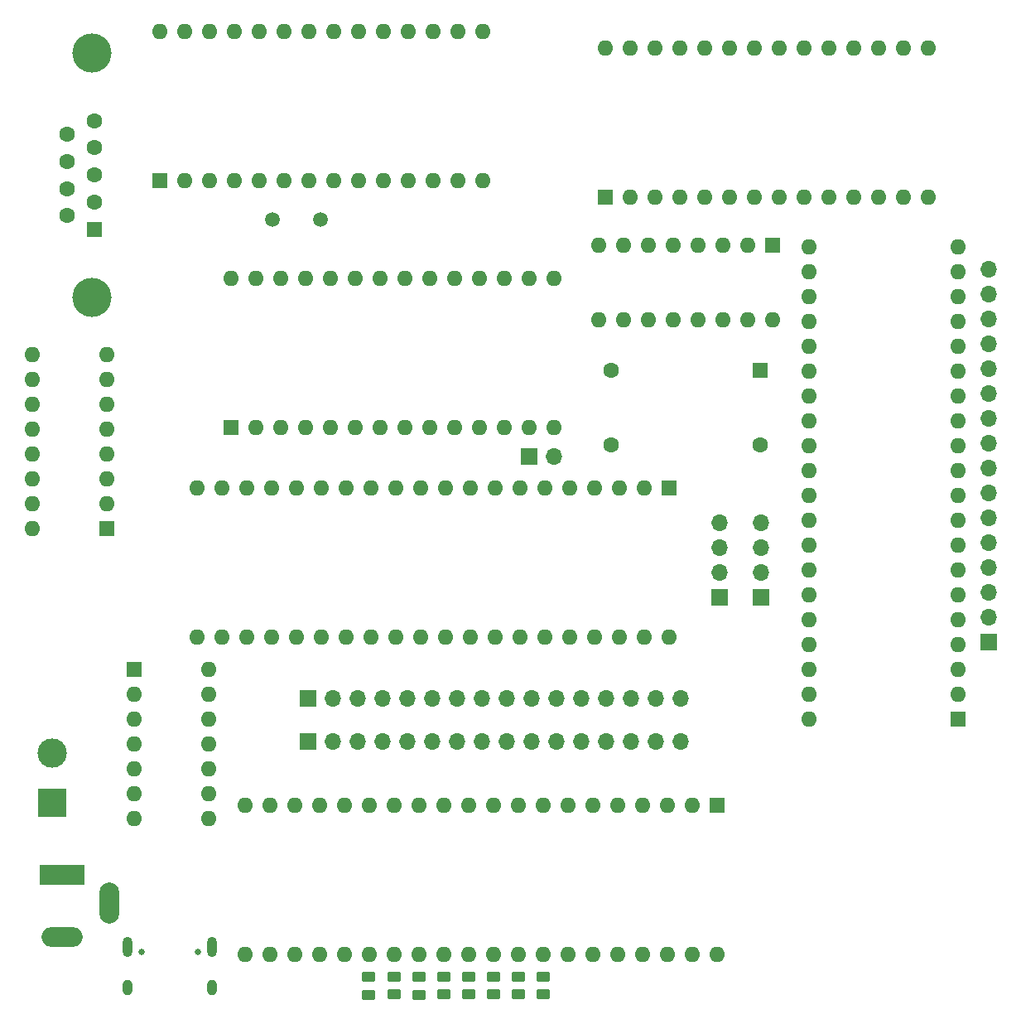
<source format=gbr>
%TF.GenerationSoftware,KiCad,Pcbnew,6.0.10-86aedd382b~118~ubuntu22.10.1*%
%TF.CreationDate,2023-07-03T23:12:37-07:00*%
%TF.ProjectId,6502v2,36353032-7632-42e6-9b69-6361645f7063,rev?*%
%TF.SameCoordinates,Original*%
%TF.FileFunction,Soldermask,Bot*%
%TF.FilePolarity,Negative*%
%FSLAX46Y46*%
G04 Gerber Fmt 4.6, Leading zero omitted, Abs format (unit mm)*
G04 Created by KiCad (PCBNEW 6.0.10-86aedd382b~118~ubuntu22.10.1) date 2023-07-03 23:12:37*
%MOMM*%
%LPD*%
G01*
G04 APERTURE LIST*
G04 Aperture macros list*
%AMRoundRect*
0 Rectangle with rounded corners*
0 $1 Rounding radius*
0 $2 $3 $4 $5 $6 $7 $8 $9 X,Y pos of 4 corners*
0 Add a 4 corners polygon primitive as box body*
4,1,4,$2,$3,$4,$5,$6,$7,$8,$9,$2,$3,0*
0 Add four circle primitives for the rounded corners*
1,1,$1+$1,$2,$3*
1,1,$1+$1,$4,$5*
1,1,$1+$1,$6,$7*
1,1,$1+$1,$8,$9*
0 Add four rect primitives between the rounded corners*
20,1,$1+$1,$2,$3,$4,$5,0*
20,1,$1+$1,$4,$5,$6,$7,0*
20,1,$1+$1,$6,$7,$8,$9,0*
20,1,$1+$1,$8,$9,$2,$3,0*%
G04 Aperture macros list end*
%ADD10C,1.500000*%
%ADD11R,1.700000X1.700000*%
%ADD12O,1.700000X1.700000*%
%ADD13R,1.600000X1.600000*%
%ADD14O,1.600000X1.600000*%
%ADD15C,0.650000*%
%ADD16O,1.000000X2.100000*%
%ADD17O,1.000000X1.600000*%
%ADD18R,3.000000X3.000000*%
%ADD19C,3.000000*%
%ADD20R,4.600000X2.000000*%
%ADD21O,4.200000X2.000000*%
%ADD22O,2.000000X4.200000*%
%ADD23C,1.600000*%
%ADD24C,4.000000*%
%ADD25RoundRect,0.250000X0.450000X-0.262500X0.450000X0.262500X-0.450000X0.262500X-0.450000X-0.262500X0*%
G04 APERTURE END LIST*
D10*
%TO.C,1.8432 Mh*%
X61875000Y-47075000D03*
X56995000Y-47075000D03*
%TD*%
D11*
%TO.C,GPIO*%
X60600000Y-100425000D03*
D12*
X63140000Y-100425000D03*
X65680000Y-100425000D03*
X68220000Y-100425000D03*
X70760000Y-100425000D03*
X73300000Y-100425000D03*
X75840000Y-100425000D03*
X78380000Y-100425000D03*
X80920000Y-100425000D03*
X83460000Y-100425000D03*
X86000000Y-100425000D03*
X88540000Y-100425000D03*
X91080000Y-100425000D03*
X93620000Y-100425000D03*
X96160000Y-100425000D03*
X98700000Y-100425000D03*
%TD*%
D11*
%TO.C,NMI*%
X83225000Y-71250000D03*
D12*
X85765000Y-71250000D03*
%TD*%
D13*
%TO.C,65C22*%
X102450000Y-106900000D03*
D14*
X99910000Y-106900000D03*
X97370000Y-106900000D03*
X94830000Y-106900000D03*
X92290000Y-106900000D03*
X89750000Y-106900000D03*
X87210000Y-106900000D03*
X84670000Y-106900000D03*
X82130000Y-106900000D03*
X79590000Y-106900000D03*
X77050000Y-106900000D03*
X74510000Y-106900000D03*
X71970000Y-106900000D03*
X69430000Y-106900000D03*
X66890000Y-106900000D03*
X64350000Y-106900000D03*
X61810000Y-106900000D03*
X59270000Y-106900000D03*
X56730000Y-106900000D03*
X54190000Y-106900000D03*
X54190000Y-122140000D03*
X56730000Y-122140000D03*
X59270000Y-122140000D03*
X61810000Y-122140000D03*
X64350000Y-122140000D03*
X66890000Y-122140000D03*
X69430000Y-122140000D03*
X71970000Y-122140000D03*
X74510000Y-122140000D03*
X77050000Y-122140000D03*
X79590000Y-122140000D03*
X82130000Y-122140000D03*
X84670000Y-122140000D03*
X87210000Y-122140000D03*
X89750000Y-122140000D03*
X92290000Y-122140000D03*
X94830000Y-122140000D03*
X97370000Y-122140000D03*
X99910000Y-122140000D03*
X102450000Y-122140000D03*
%TD*%
D11*
%TO.C,J8*%
X102750000Y-85700000D03*
D12*
X102750000Y-83160000D03*
X102750000Y-80620000D03*
X102750000Y-78080000D03*
%TD*%
D15*
%TO.C,USB1*%
X49390000Y-121900000D03*
X43610000Y-121900000D03*
D16*
X50820000Y-121370000D03*
X42180000Y-121370000D03*
D17*
X42180000Y-125550000D03*
X50820000Y-125550000D03*
%TD*%
D11*
%TO.C,LCD Header*%
X60623000Y-96022000D03*
D12*
X63163000Y-96022000D03*
X65703000Y-96022000D03*
X68243000Y-96022000D03*
X70783000Y-96022000D03*
X73323000Y-96022000D03*
X75863000Y-96022000D03*
X78403000Y-96022000D03*
X80943000Y-96022000D03*
X83483000Y-96022000D03*
X86023000Y-96022000D03*
X88563000Y-96022000D03*
X91103000Y-96022000D03*
X93643000Y-96022000D03*
X96183000Y-96022000D03*
X98723000Y-96022000D03*
%TD*%
D13*
%TO.C,74HC00*%
X42900000Y-93050000D03*
D14*
X42900000Y-95590000D03*
X42900000Y-98130000D03*
X42900000Y-100670000D03*
X42900000Y-103210000D03*
X42900000Y-105750000D03*
X42900000Y-108290000D03*
X50520000Y-108290000D03*
X50520000Y-105750000D03*
X50520000Y-103210000D03*
X50520000Y-100670000D03*
X50520000Y-98130000D03*
X50520000Y-95590000D03*
X50520000Y-93050000D03*
%TD*%
D18*
%TO.C,J1*%
X34500000Y-106650000D03*
D19*
X34500000Y-101570000D03*
%TD*%
D20*
%TO.C,5v*%
X35500000Y-114050000D03*
D21*
X35500000Y-120350000D03*
D22*
X40300000Y-116950000D03*
%TD*%
D13*
%TO.C,RAM*%
X52775000Y-68325000D03*
D14*
X55315000Y-68325000D03*
X57855000Y-68325000D03*
X60395000Y-68325000D03*
X62935000Y-68325000D03*
X65475000Y-68325000D03*
X68015000Y-68325000D03*
X70555000Y-68325000D03*
X73095000Y-68325000D03*
X75635000Y-68325000D03*
X78175000Y-68325000D03*
X80715000Y-68325000D03*
X83255000Y-68325000D03*
X85795000Y-68325000D03*
X85795000Y-53085000D03*
X83255000Y-53085000D03*
X80715000Y-53085000D03*
X78175000Y-53085000D03*
X75635000Y-53085000D03*
X73095000Y-53085000D03*
X70555000Y-53085000D03*
X68015000Y-53085000D03*
X65475000Y-53085000D03*
X62935000Y-53085000D03*
X60395000Y-53085000D03*
X57855000Y-53085000D03*
X55315000Y-53085000D03*
X52775000Y-53085000D03*
%TD*%
D13*
%TO.C,65C51*%
X45500000Y-43125000D03*
D14*
X48040000Y-43125000D03*
X50580000Y-43125000D03*
X53120000Y-43125000D03*
X55660000Y-43125000D03*
X58200000Y-43125000D03*
X60740000Y-43125000D03*
X63280000Y-43125000D03*
X65820000Y-43125000D03*
X68360000Y-43125000D03*
X70900000Y-43125000D03*
X73440000Y-43125000D03*
X75980000Y-43125000D03*
X78520000Y-43125000D03*
X78520000Y-27885000D03*
X75980000Y-27885000D03*
X73440000Y-27885000D03*
X70900000Y-27885000D03*
X68360000Y-27885000D03*
X65820000Y-27885000D03*
X63280000Y-27885000D03*
X60740000Y-27885000D03*
X58200000Y-27885000D03*
X55660000Y-27885000D03*
X53120000Y-27885000D03*
X50580000Y-27885000D03*
X48040000Y-27885000D03*
X45500000Y-27885000D03*
%TD*%
D13*
%TO.C,1Mh*%
X106870000Y-62440000D03*
D23*
X91630000Y-62440000D03*
X91630000Y-70060000D03*
X106870000Y-70060000D03*
%TD*%
D13*
%TO.C,74HC238*%
X108125000Y-49700000D03*
D14*
X105585000Y-49700000D03*
X103045000Y-49700000D03*
X100505000Y-49700000D03*
X97965000Y-49700000D03*
X95425000Y-49700000D03*
X92885000Y-49700000D03*
X90345000Y-49700000D03*
X90345000Y-57320000D03*
X92885000Y-57320000D03*
X95425000Y-57320000D03*
X97965000Y-57320000D03*
X100505000Y-57320000D03*
X103045000Y-57320000D03*
X105585000Y-57320000D03*
X108125000Y-57320000D03*
%TD*%
D13*
%TO.C,65C22*%
X127125000Y-98125000D03*
D14*
X127125000Y-95585000D03*
X127125000Y-93045000D03*
X127125000Y-90505000D03*
X127125000Y-87965000D03*
X127125000Y-85425000D03*
X127125000Y-82885000D03*
X127125000Y-80345000D03*
X127125000Y-77805000D03*
X127125000Y-75265000D03*
X127125000Y-72725000D03*
X127125000Y-70185000D03*
X127125000Y-67645000D03*
X127125000Y-65105000D03*
X127125000Y-62565000D03*
X127125000Y-60025000D03*
X127125000Y-57485000D03*
X127125000Y-54945000D03*
X127125000Y-52405000D03*
X127125000Y-49865000D03*
X111885000Y-49865000D03*
X111885000Y-52405000D03*
X111885000Y-54945000D03*
X111885000Y-57485000D03*
X111885000Y-60025000D03*
X111885000Y-62565000D03*
X111885000Y-65105000D03*
X111885000Y-67645000D03*
X111885000Y-70185000D03*
X111885000Y-72725000D03*
X111885000Y-75265000D03*
X111885000Y-77805000D03*
X111885000Y-80345000D03*
X111885000Y-82885000D03*
X111885000Y-85425000D03*
X111885000Y-87965000D03*
X111885000Y-90505000D03*
X111885000Y-93045000D03*
X111885000Y-95585000D03*
X111885000Y-98125000D03*
%TD*%
D13*
%TO.C,MAX232*%
X40050000Y-78625000D03*
D14*
X40050000Y-76085000D03*
X40050000Y-73545000D03*
X40050000Y-71005000D03*
X40050000Y-68465000D03*
X40050000Y-65925000D03*
X40050000Y-63385000D03*
X40050000Y-60845000D03*
X32430000Y-60845000D03*
X32430000Y-63385000D03*
X32430000Y-65925000D03*
X32430000Y-68465000D03*
X32430000Y-71005000D03*
X32430000Y-73545000D03*
X32430000Y-76085000D03*
X32430000Y-78625000D03*
%TD*%
D24*
%TO.C,J9*%
X38530331Y-55010000D03*
X38530331Y-30010000D03*
D13*
X38830331Y-48050000D03*
D23*
X38830331Y-45280000D03*
X38830331Y-42510000D03*
X38830331Y-39740000D03*
X38830331Y-36970000D03*
X35990331Y-46665000D03*
X35990331Y-43895000D03*
X35990331Y-41125000D03*
X35990331Y-38355000D03*
%TD*%
D11*
%TO.C,GPIO*%
X130225000Y-90250000D03*
D12*
X130225000Y-87710000D03*
X130225000Y-85170000D03*
X130225000Y-82630000D03*
X130225000Y-80090000D03*
X130225000Y-77550000D03*
X130225000Y-75010000D03*
X130225000Y-72470000D03*
X130225000Y-69930000D03*
X130225000Y-67390000D03*
X130225000Y-64850000D03*
X130225000Y-62310000D03*
X130225000Y-59770000D03*
X130225000Y-57230000D03*
X130225000Y-54690000D03*
X130225000Y-52150000D03*
%TD*%
D11*
%TO.C,J5*%
X106950000Y-85700000D03*
D12*
X106950000Y-83160000D03*
X106950000Y-80620000D03*
X106950000Y-78080000D03*
%TD*%
D13*
%TO.C,U9*%
X91000000Y-44750000D03*
D14*
X93540000Y-44750000D03*
X96080000Y-44750000D03*
X98620000Y-44750000D03*
X101160000Y-44750000D03*
X103700000Y-44750000D03*
X106240000Y-44750000D03*
X108780000Y-44750000D03*
X111320000Y-44750000D03*
X113860000Y-44750000D03*
X116400000Y-44750000D03*
X118940000Y-44750000D03*
X121480000Y-44750000D03*
X124020000Y-44750000D03*
X124020000Y-29510000D03*
X121480000Y-29510000D03*
X118940000Y-29510000D03*
X116400000Y-29510000D03*
X113860000Y-29510000D03*
X111320000Y-29510000D03*
X108780000Y-29510000D03*
X106240000Y-29510000D03*
X103700000Y-29510000D03*
X101160000Y-29510000D03*
X98620000Y-29510000D03*
X96080000Y-29510000D03*
X93540000Y-29510000D03*
X91000000Y-29510000D03*
%TD*%
D13*
%TO.C,65C02*%
X97525000Y-74475000D03*
D14*
X94985000Y-74475000D03*
X92445000Y-74475000D03*
X89905000Y-74475000D03*
X87365000Y-74475000D03*
X84825000Y-74475000D03*
X82285000Y-74475000D03*
X79745000Y-74475000D03*
X77205000Y-74475000D03*
X74665000Y-74475000D03*
X72125000Y-74475000D03*
X69585000Y-74475000D03*
X67045000Y-74475000D03*
X64505000Y-74475000D03*
X61965000Y-74475000D03*
X59425000Y-74475000D03*
X56885000Y-74475000D03*
X54345000Y-74475000D03*
X51805000Y-74475000D03*
X49265000Y-74475000D03*
X49265000Y-89715000D03*
X51805000Y-89715000D03*
X54345000Y-89715000D03*
X56885000Y-89715000D03*
X59425000Y-89715000D03*
X61965000Y-89715000D03*
X64505000Y-89715000D03*
X67045000Y-89715000D03*
X69585000Y-89715000D03*
X72125000Y-89715000D03*
X74665000Y-89715000D03*
X77205000Y-89715000D03*
X79745000Y-89715000D03*
X82285000Y-89715000D03*
X84825000Y-89715000D03*
X87365000Y-89715000D03*
X89905000Y-89715000D03*
X92445000Y-89715000D03*
X94985000Y-89715000D03*
X97525000Y-89715000D03*
%TD*%
D25*
%TO.C,R16*%
X69460000Y-126262500D03*
X69460000Y-124437500D03*
%TD*%
%TO.C,R18*%
X66840000Y-126272500D03*
X66840000Y-124447500D03*
%TD*%
%TO.C,R12*%
X74510000Y-126265000D03*
X74510000Y-124440000D03*
%TD*%
%TO.C,R8*%
X79590000Y-126265000D03*
X79590000Y-124440000D03*
%TD*%
%TO.C,R6*%
X82130000Y-126265000D03*
X82130000Y-124440000D03*
%TD*%
%TO.C,R14*%
X71990000Y-126272500D03*
X71990000Y-124447500D03*
%TD*%
%TO.C,R4*%
X84650000Y-126262500D03*
X84650000Y-124437500D03*
%TD*%
%TO.C,R10*%
X77050000Y-126262500D03*
X77050000Y-124437500D03*
%TD*%
M02*

</source>
